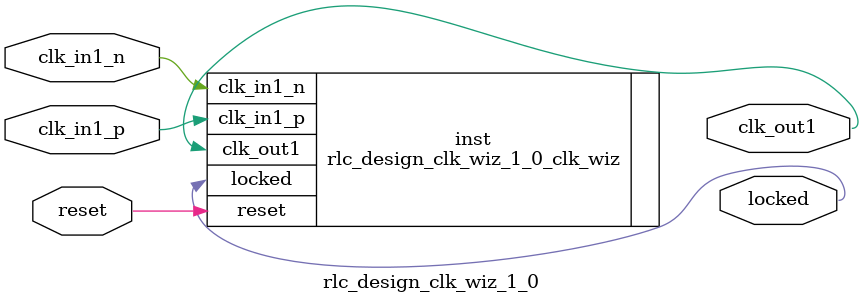
<source format=v>


`timescale 1ps/1ps

(* CORE_GENERATION_INFO = "rlc_design_clk_wiz_1_0,clk_wiz_v6_0_2_0_0,{component_name=rlc_design_clk_wiz_1_0,use_phase_alignment=true,use_min_o_jitter=false,use_max_i_jitter=false,use_dyn_phase_shift=false,use_inclk_switchover=false,use_dyn_reconfig=false,enable_axi=0,feedback_source=FDBK_AUTO,PRIMITIVE=MMCM,num_out_clk=1,clkin1_period=10.000,clkin2_period=10.000,use_power_down=false,use_reset=true,use_locked=true,use_inclk_stopped=false,feedback_type=SINGLE,CLOCK_MGR_TYPE=NA,manual_override=false}" *)

module rlc_design_clk_wiz_1_0 
 (
  // Clock out ports
  output        clk_out1,
  // Status and control signals
  input         reset,
  output        locked,
 // Clock in ports
  input         clk_in1_p,
  input         clk_in1_n
 );

  rlc_design_clk_wiz_1_0_clk_wiz inst
  (
  // Clock out ports  
  .clk_out1(clk_out1),
  // Status and control signals               
  .reset(reset), 
  .locked(locked),
 // Clock in ports
  .clk_in1_p(clk_in1_p),
  .clk_in1_n(clk_in1_n)
  );

endmodule

</source>
